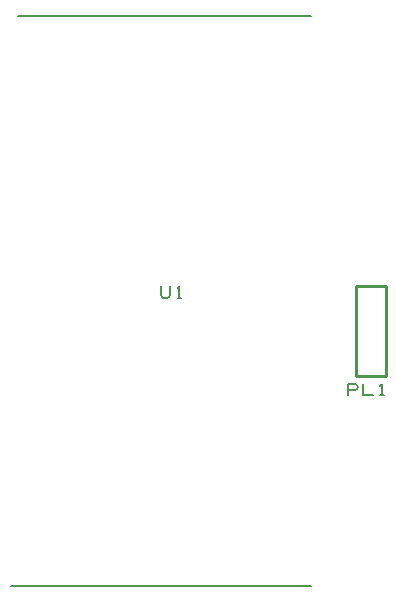
<source format=gbr>
G04 EasyPC Gerber Version 21.0.3 Build 4286 *
G04 #@! TF.Part,Single*
G04 #@! TF.FileFunction,Legend,Top *
G04 #@! TF.FilePolarity,Positive *
%FSLAX35Y35*%
%MOIN*%
%ADD11C,0.00500*%
%ADD22C,0.00787*%
%ADD25C,0.01000*%
X0Y0D02*
D02*
D11*
X125250Y134937D02*
Y132125D01*
X125563Y131500*
X126187Y131187*
X127437*
X128063Y131500*
X128375Y132125*
Y134937*
X130875Y131187D02*
X132125D01*
X131500D02*
Y134937D01*
X130875Y134313*
X187750Y98687D02*
Y102437D01*
X189937*
X190563Y102125*
X190875Y101500*
X190563Y100875*
X189937Y100563*
X187750*
X192750Y102437D02*
Y98687D01*
X195875*
X198375D02*
X199625D01*
X199000D02*
Y102437D01*
X198375Y101813*
D02*
D22*
X75250Y35250D02*
X175250D01*
X77817Y225250D02*
X175250D01*
D02*
D25*
X190250Y135250D02*
Y105250D01*
X200250*
Y135250*
X190250*
X0Y0D02*
M02*

</source>
